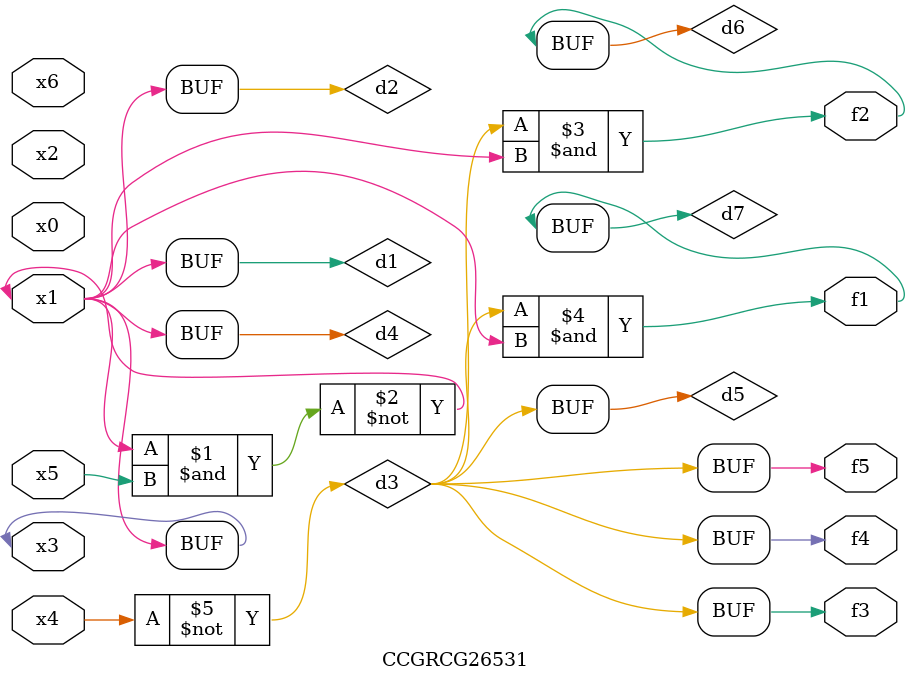
<source format=v>
module CCGRCG26531(
	input x0, x1, x2, x3, x4, x5, x6,
	output f1, f2, f3, f4, f5
);

	wire d1, d2, d3, d4, d5, d6, d7;

	buf (d1, x1, x3);
	nand (d2, x1, x5);
	not (d3, x4);
	buf (d4, d1, d2);
	buf (d5, d3);
	and (d6, d3, d4);
	and (d7, d3, d4);
	assign f1 = d7;
	assign f2 = d6;
	assign f3 = d5;
	assign f4 = d5;
	assign f5 = d5;
endmodule

</source>
